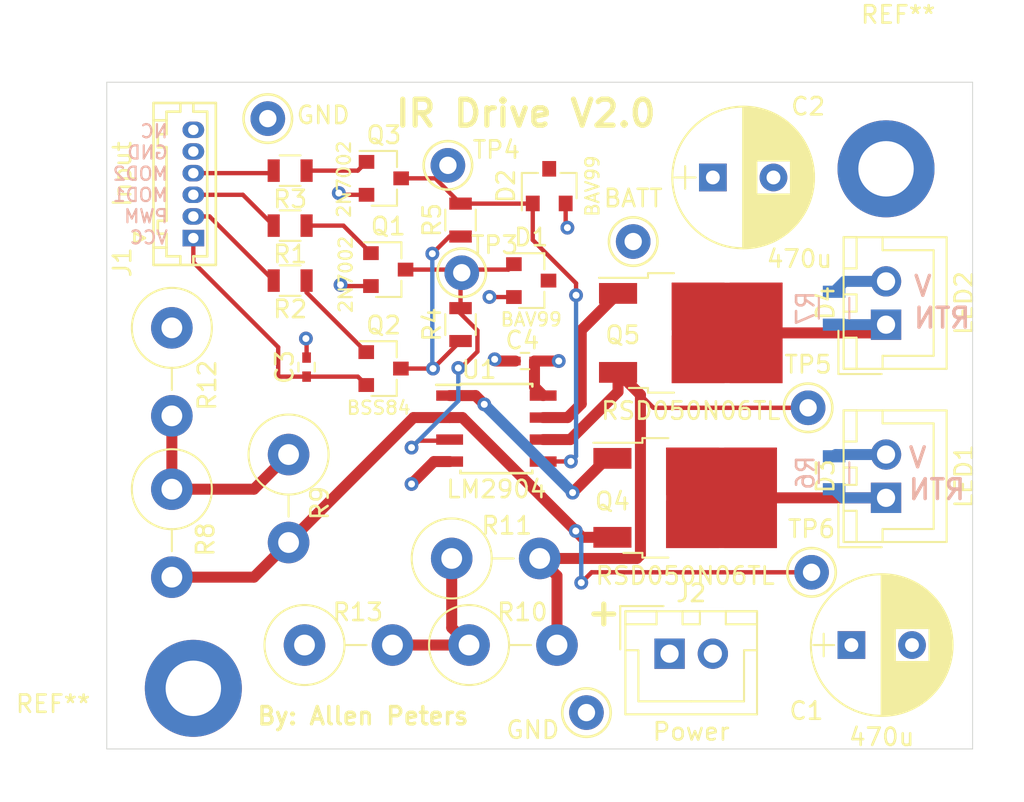
<source format=kicad_pcb>
(kicad_pcb (version 20171130) (host pcbnew "(5.1.10)-1")
  (layers (0 F.Cu signal) (1 In1.Cu power hide) (2 In2.Cu power hide) (31 B.Cu signal) (34 B.Paste user) (35 F.Paste user) (36 B.SilkS user) (37 F.SilkS user) (38 B.Mask user) (39 F.Mask user) (44 Edge.Cuts user))
  (net 0 "")
  (net 1 +BATT)
  (net 2 GND)
  (net 3 VCC)
  (net 4 "Net-(D1-Pad1)")
  (net 5 "Net-(D1-Pad3)")
  (net 6 "Net-(D2-Pad3)")
  (net 7 "Net-(D2-Pad1)")
  (net 8 "Net-(D3-Pad1)")
  (net 9 "Net-(D4-Pad1)")
  (net 10 /Mod2)
  (net 11 /Mod1)
  (net 12 /PWM)
  (net 13 "Net-(Q1-Pad1)")
  (net 14 "Net-(Q2-Pad3)")
  (net 15 "Net-(Q2-Pad1)")
  (net 16 "Net-(Q3-Pad1)")
  (net 17 "Net-(Q4-Pad1)")
  (net 18 "Net-(Q4-Pad3)")
  (net 19 "Net-(Q5-Pad3)")
  (net 20 "Net-(Q5-Pad1)")
  (net 21 "Net-(R12-Pad2)")
  (net 22 "Net-(R10-Pad1)")
  (module Mounting_Holes:MountingHole_3.2mm_M3_DIN965_Pad (layer F.Cu) (at 75 45)
    (fp_text reference REF** (at 0.7 -8.9) (layer F.SilkS))
    (fp_text value MountingHole_3.2mm_M3_DIN965_Pad)
    (pad 1 thru_hole circle (at 0 0) (size 5.6 5.6) (drill 3.2) (layers *.Cu *.Mask))
  )
  (module Mounting_Holes:MountingHole_3.2mm_M3_DIN965_Pad (layer F.Cu) (at 35 75)
    (fp_text reference REF** (at -8.1 0.9) (layer F.SilkS))
    (fp_text value MountingHole_3.2mm_M3_DIN965_Pad)
    (pad 1 thru_hole circle (at 0 0) (size 5.6 5.6) (drill 3.2) (layers *.Cu *.Mask))
  )
  (module Capacitors_THT:CP_Radial_D8.0mm_P3.50mm (layer F.Cu) (at 73 72.5)
    (fp_text reference C1 (at -2.6 3.8) (layer F.SilkS))
    (fp_text value 470u (at 1.75 5.31) (layer F.SilkS))
    (pad 1 thru_hole rect (at 0 0) (size 1.6 1.6) (drill 0.8) (layers *.Cu *.Mask) (net 1 +BATT))
    (pad 2 thru_hole circle (at 3.5 0) (size 1.6 1.6) (drill 0.8) (layers *.Cu *.Mask) (net 2 GND))
  )
  (module Capacitors_THT:CP_Radial_D8.0mm_P3.50mm (layer F.Cu) (at 65 45.5)
    (fp_text reference C2 (at 5.5 -4.1) (layer F.SilkS))
    (fp_text value 470u (at 5 4.7) (layer F.SilkS))
    (pad 2 thru_hole circle (at 3.5 0) (size 1.6 1.6) (drill 0.8) (layers *.Cu *.Mask) (net 2 GND))
    (pad 1 thru_hole rect (at 0 0) (size 1.6 1.6) (drill 0.8) (layers *.Cu *.Mask) (net 1 +BATT))
  )
  (module Capacitors_SMD:C_0402 (layer F.Cu) (at 41.54 56.45 90)
    (fp_text reference C3 (at 0 -1.27 90) (layer F.SilkS))
    (fp_text value 2.2u)
    (pad 2 smd rect (at 0.55 0 90) (size 0.6 0.5) (layers F.Cu F.Paste F.Mask) (net 2 GND))
    (pad 1 smd rect (at -0.55 0 90) (size 0.6 0.5) (layers F.Cu F.Paste F.Mask) (net 3 VCC))
  )
  (module Capacitors_SMD:C_0402 (layer F.Cu) (at 54.15 56.1 180)
    (fp_text reference C4 (at 0.15 1.2) (layer F.SilkS))
    (fp_text value 2.2u)
    (pad 1 smd rect (at -0.55 0 180) (size 0.6 0.5) (layers F.Cu F.Paste F.Mask) (net 1 +BATT))
    (pad 2 smd rect (at 0.55 0 180) (size 0.6 0.5) (layers F.Cu F.Paste F.Mask) (net 2 GND))
  )
  (module TO_SOT_Packages_SMD:SOT-23 (layer F.Cu) (at 54.51 51.455)
    (fp_text reference D1 (at 0 -2.5) (layer F.SilkS))
    (fp_text value BAV99 (at 0 2.245) (layer F.SilkS) (effects (font (size 0.762 0.762) (thickness 0.127))))
    (pad 1 smd rect (at -1 -0.95) (size 0.9 0.8) (layers F.Cu F.Paste F.Mask) (net 4 "Net-(D1-Pad1)"))
    (pad 2 smd rect (at -1 0.95) (size 0.9 0.8) (layers F.Cu F.Paste F.Mask) (net 2 GND))
    (pad 3 smd rect (at 1 0) (size 0.9 0.8) (layers F.Cu F.Paste F.Mask) (net 5 "Net-(D1-Pad3)"))
  )
  (module TO_SOT_Packages_SMD:SOT-23 (layer F.Cu) (at 55.55 46 90)
    (fp_text reference D2 (at 0 -2.5 90) (layer F.SilkS))
    (fp_text value BAV99 (at 0 2.5 90) (layer F.SilkS) (effects (font (size 0.762 0.762) (thickness 0.127))))
    (pad 3 smd rect (at 1 0 90) (size 0.9 0.8) (layers F.Cu F.Paste F.Mask) (net 6 "Net-(D2-Pad3)"))
    (pad 2 smd rect (at -1 0.95 90) (size 0.9 0.8) (layers F.Cu F.Paste F.Mask) (net 2 GND))
    (pad 1 smd rect (at -1 -0.95 90) (size 0.9 0.8) (layers F.Cu F.Paste F.Mask) (net 7 "Net-(D2-Pad1)"))
  )
  (module Connectors_JST:JST_XH_B02B-XH-A_02x2.50mm_Straight (layer F.Cu) (at 75 64 90)
    (fp_text reference D3 (at 1.25 -3.5 90) (layer F.SilkS))
    (fp_text value LED1 (at 1.25 4.5 90) (layer F.SilkS))
    (pad 1 thru_hole rect (at 0 0 90) (size 1.75 1.75) (drill 1.05) (layers *.Cu *.Mask) (net 8 "Net-(D3-Pad1)"))
    (pad 2 thru_hole circle (at 2.5 0 90) (size 1.75 1.75) (drill 1.05) (layers *.Cu *.Mask) (net 1 +BATT))
  )
  (module Connectors_JST:JST_XH_B02B-XH-A_02x2.50mm_Straight (layer F.Cu) (at 75 54 90)
    (fp_text reference D4 (at 1.25 -3.5 90) (layer F.SilkS))
    (fp_text value LED2 (at 1.25 4.5 90) (layer F.SilkS))
    (pad 2 thru_hole circle (at 2.5 0 90) (size 1.75 1.75) (drill 1.05) (layers *.Cu *.Mask) (net 1 +BATT))
    (pad 1 thru_hole rect (at 0 0 90) (size 1.75 1.75) (drill 1.05) (layers *.Cu *.Mask) (net 9 "Net-(D4-Pad1)"))
  )
  (module Connectors_Hirose:Hirose_DF13-06P-1.25DSA_06x1.25mm_Straight (layer F.Cu) (at 35 49 90)
    (fp_text reference J1 (at -1.4 -4.1 90) (layer F.SilkS))
    (fp_text value Input (at 3.7 -4.1 90) (layer F.SilkS))
    (pad 6 thru_hole oval (at 6.25 0 90) (size 0.95 1.25) (drill 0.6) (layers *.Cu *.Mask))
    (pad 5 thru_hole oval (at 5 0 90) (size 0.95 1.25) (drill 0.6) (layers *.Cu *.Mask) (net 2 GND))
    (pad 4 thru_hole oval (at 3.75 0 90) (size 0.95 1.25) (drill 0.6) (layers *.Cu *.Mask) (net 10 /Mod2))
    (pad 3 thru_hole oval (at 2.5 0 90) (size 0.95 1.25) (drill 0.6) (layers *.Cu *.Mask) (net 11 /Mod1))
    (pad 2 thru_hole oval (at 1.25 0 90) (size 0.95 1.25) (drill 0.6) (layers *.Cu *.Mask) (net 12 /PWM))
    (pad 1 thru_hole rect (at 0 0 90) (size 0.95 1.25) (drill 0.6) (layers *.Cu *.Mask) (net 3 VCC))
  )
  (module Connectors_JST:JST_XH_B02B-XH-A_02x2.50mm_Straight (layer F.Cu) (at 62.5 73)
    (fp_text reference J2 (at 1.25 -3.5) (layer F.SilkS))
    (fp_text value Power (at 1.25 4.5) (layer F.SilkS))
    (pad 2 thru_hole circle (at 2.5 0) (size 1.75 1.75) (drill 1.05) (layers *.Cu *.Mask) (net 2 GND))
    (pad 1 thru_hole rect (at 0 0) (size 1.75 1.75) (drill 1.05) (layers *.Cu *.Mask) (net 1 +BATT))
  )
  (module TO_SOT_Packages_SMD:SOT-23 (layer F.Cu) (at 46.255 50.82)
    (fp_text reference Q1 (at 0 -2.5) (layer F.SilkS))
    (fp_text value 2N7002 (at -2.455 0.28 90) (layer F.SilkS) (effects (font (size 0.762 0.762) (thickness 0.127))))
    (pad 3 smd rect (at 1 0) (size 0.9 0.8) (layers F.Cu F.Paste F.Mask) (net 4 "Net-(D1-Pad1)"))
    (pad 2 smd rect (at -1 0.95) (size 0.9 0.8) (layers F.Cu F.Paste F.Mask) (net 2 GND))
    (pad 1 smd rect (at -1 -0.95) (size 0.9 0.8) (layers F.Cu F.Paste F.Mask) (net 13 "Net-(Q1-Pad1)"))
  )
  (module TO_SOT_Packages_SMD:SOT-23 (layer F.Cu) (at 45.985 56.535)
    (fp_text reference Q2 (at 0 -2.5) (layer F.SilkS))
    (fp_text value BSS84 (at -0.285 2.265) (layer F.SilkS) (effects (font (size 0.762 0.762) (thickness 0.127))))
    (pad 3 smd rect (at 1 0) (size 0.9 0.8) (layers F.Cu F.Paste F.Mask) (net 14 "Net-(Q2-Pad3)"))
    (pad 2 smd rect (at -1 0.95) (size 0.9 0.8) (layers F.Cu F.Paste F.Mask) (net 3 VCC))
    (pad 1 smd rect (at -1 -0.95) (size 0.9 0.8) (layers F.Cu F.Paste F.Mask) (net 15 "Net-(Q2-Pad1)"))
  )
  (module TO_SOT_Packages_SMD:SOT-23 (layer F.Cu) (at 46 45.55)
    (fp_text reference Q3 (at 0 -2.5) (layer F.SilkS))
    (fp_text value 2N7002 (at -2.3 0.05 90) (layer F.SilkS) (effects (font (size 0.762 0.762) (thickness 0.127))))
    (pad 1 smd rect (at -1 -0.95) (size 0.9 0.8) (layers F.Cu F.Paste F.Mask) (net 16 "Net-(Q3-Pad1)"))
    (pad 2 smd rect (at -1 0.95) (size 0.9 0.8) (layers F.Cu F.Paste F.Mask) (net 2 GND))
    (pad 3 smd rect (at 1 0) (size 0.9 0.8) (layers F.Cu F.Paste F.Mask) (net 7 "Net-(D2-Pad1)"))
  )
  (module TO_SOT_Packages_SMD:TO-252-2 (layer F.Cu) (at 63.4 64)
    (fp_text reference Q4 (at -4.2 0.2) (layer F.SilkS))
    (fp_text value RSD050N06TL (at 0 4.5) (layer F.SilkS))
    (pad 1 smd rect (at -4.2 -2.28) (size 2.2 1.2) (layers F.Cu F.Paste F.Mask) (net 17 "Net-(Q4-Pad1)"))
    (pad 3 smd rect (at -4.2 2.28) (size 2.2 1.2) (layers F.Cu F.Paste F.Mask) (net 18 "Net-(Q4-Pad3)"))
    (pad 2 smd rect (at 2.1 0) (size 6.4 5.8) (layers F.Cu F.Mask) (net 8 "Net-(D3-Pad1)"))
    (pad 2 smd rect (at 3.775 1.525) (size 3.05 2.75) (layers F.Cu F.Paste) (net 8 "Net-(D3-Pad1)"))
    (pad 2 smd rect (at 0.425 -1.525) (size 3.05 2.75) (layers F.Cu F.Paste) (net 8 "Net-(D3-Pad1)"))
    (pad 2 smd rect (at 3.775 -1.525) (size 3.05 2.75) (layers F.Cu F.Paste) (net 8 "Net-(D3-Pad1)"))
    (pad 2 smd rect (at 0.425 1.525) (size 3.05 2.75) (layers F.Cu F.Paste) (net 8 "Net-(D3-Pad1)"))
  )
  (module TO_SOT_Packages_SMD:TO-252-2 (layer F.Cu) (at 63.725 54.475)
    (fp_text reference Q5 (at -3.925 0.125) (layer F.SilkS))
    (fp_text value RSD050N06TL (at 0 4.5) (layer F.SilkS))
    (pad 2 smd rect (at 0.425 1.525) (size 3.05 2.75) (layers F.Cu F.Paste) (net 9 "Net-(D4-Pad1)"))
    (pad 2 smd rect (at 3.775 -1.525) (size 3.05 2.75) (layers F.Cu F.Paste) (net 9 "Net-(D4-Pad1)"))
    (pad 2 smd rect (at 0.425 -1.525) (size 3.05 2.75) (layers F.Cu F.Paste) (net 9 "Net-(D4-Pad1)"))
    (pad 2 smd rect (at 3.775 1.525) (size 3.05 2.75) (layers F.Cu F.Paste) (net 9 "Net-(D4-Pad1)"))
    (pad 2 smd rect (at 2.1 0) (size 6.4 5.8) (layers F.Cu F.Mask) (net 9 "Net-(D4-Pad1)"))
    (pad 3 smd rect (at -4.2 2.28) (size 2.2 1.2) (layers F.Cu F.Paste F.Mask) (net 19 "Net-(Q5-Pad3)"))
    (pad 1 smd rect (at -4.2 -2.28) (size 2.2 1.2) (layers F.Cu F.Paste F.Mask) (net 20 "Net-(Q5-Pad1)"))
  )
  (module Resistors_SMD:R_0805 (layer F.Cu) (at 40.59 48.28 180)
    (fp_text reference R1 (at 0 -1.65) (layer F.SilkS))
    (fp_text value "0 ohm")
    (pad 1 smd rect (at -0.95 0 180) (size 0.7 1.3) (layers F.Cu F.Paste F.Mask) (net 13 "Net-(Q1-Pad1)"))
    (pad 2 smd rect (at 0.95 0 180) (size 0.7 1.3) (layers F.Cu F.Paste F.Mask) (net 11 /Mod1))
  )
  (module Resistors_SMD:R_0805 (layer F.Cu) (at 40.59 51.455 180)
    (fp_text reference R2 (at 0 -1.65) (layer F.SilkS))
    (fp_text value "0 ohm")
    (pad 2 smd rect (at 0.95 0 180) (size 0.7 1.3) (layers F.Cu F.Paste F.Mask) (net 12 /PWM))
    (pad 1 smd rect (at -0.95 0 180) (size 0.7 1.3) (layers F.Cu F.Paste F.Mask) (net 15 "Net-(Q2-Pad1)"))
  )
  (module Resistors_SMD:R_0805 (layer F.Cu) (at 40.59 45.105 180)
    (fp_text reference R3 (at 0 -1.65) (layer F.SilkS))
    (fp_text value "0 ohm")
    (pad 1 smd rect (at -0.95 0 180) (size 0.7 1.3) (layers F.Cu F.Paste F.Mask) (net 16 "Net-(Q3-Pad1)"))
    (pad 2 smd rect (at 0.95 0 180) (size 0.7 1.3) (layers F.Cu F.Paste F.Mask) (net 10 /Mod2))
  )
  (module Resistors_SMD:R_0805 (layer F.Cu) (at 50.43 53.995 90)
    (fp_text reference R4 (at 0 -1.65 90) (layer F.SilkS))
    (fp_text value 1k)
    (pad 2 smd rect (at 0.95 0 90) (size 0.7 1.3) (layers F.Cu F.Paste F.Mask) (net 4 "Net-(D1-Pad1)"))
    (pad 1 smd rect (at -0.95 0 90) (size 0.7 1.3) (layers F.Cu F.Paste F.Mask) (net 14 "Net-(Q2-Pad3)"))
  )
  (module Resistors_SMD:R_0805 (layer F.Cu) (at 50.43 47.96 90)
    (fp_text reference R5 (at 0 -1.65 90) (layer F.SilkS))
    (fp_text value 1k)
    (pad 2 smd rect (at 0.95 0 90) (size 0.7 1.3) (layers F.Cu F.Paste F.Mask) (net 7 "Net-(D2-Pad1)"))
    (pad 1 smd rect (at -0.95 0 90) (size 0.7 1.3) (layers F.Cu F.Paste F.Mask) (net 14 "Net-(Q2-Pad3)"))
  )
  (module Resistors_SMD:R_0805 (layer B.Cu) (at 72 62.55 270)
    (fp_text reference R6 (at 0 1.65 90) (layer B.SilkS) (effects (justify mirror)))
    (fp_text value 1k)
    (pad 1 smd rect (at -0.95 0 270) (size 0.7 1.3) (layers B.Cu B.Paste B.Mask) (net 1 +BATT))
    (pad 2 smd rect (at 0.95 0 270) (size 0.7 1.3) (layers B.Cu B.Paste B.Mask) (net 8 "Net-(D3-Pad1)"))
  )
  (module Resistors_SMD:R_0805 (layer B.Cu) (at 72 53.05 270)
    (fp_text reference R7 (at 0 1.65 270) (layer B.SilkS) (effects (justify mirror)))
    (fp_text value 1k)
    (pad 2 smd rect (at 0.95 0 270) (size 0.7 1.3) (layers B.Cu B.Paste B.Mask) (net 9 "Net-(D4-Pad1)"))
    (pad 1 smd rect (at -0.95 0 270) (size 0.7 1.3) (layers B.Cu B.Paste B.Mask) (net 1 +BATT))
  )
  (module Resistors_THT:R_Axial_DIN0414_L11.9mm_D4.5mm_P5.08mm_Vertical (layer F.Cu) (at 33.76 63.5 270)
    (fp_text reference R8 (at 2.9 -1.94 90) (layer F.SilkS))
    (fp_text value "1 ohm")
    (pad 1 thru_hole circle (at 0 0 270) (size 2.4 2.4) (drill 1.2) (layers *.Cu *.Mask) (net 21 "Net-(R12-Pad2)"))
    (pad 2 thru_hole oval (at 5.08 0 270) (size 2.4 2.4) (drill 1.2) (layers *.Cu *.Mask) (net 18 "Net-(Q4-Pad3)"))
  )
  (module Resistors_THT:R_Axial_DIN0414_L11.9mm_D4.5mm_P5.08mm_Vertical (layer F.Cu) (at 40.5 61.5 270)
    (fp_text reference R9 (at 2.8 -1.8 90) (layer F.SilkS))
    (fp_text value "1 ohm")
    (pad 2 thru_hole oval (at 5.08 0 270) (size 2.4 2.4) (drill 1.2) (layers *.Cu *.Mask) (net 18 "Net-(Q4-Pad3)"))
    (pad 1 thru_hole circle (at 0 0 270) (size 2.4 2.4) (drill 1.2) (layers *.Cu *.Mask) (net 21 "Net-(R12-Pad2)"))
  )
  (module Resistors_THT:R_Axial_DIN0414_L11.9mm_D4.5mm_P5.08mm_Vertical (layer F.Cu) (at 50.92 72.5)
    (fp_text reference R10 (at 3.08 -1.9) (layer F.SilkS))
    (fp_text value "1 ohm")
    (pad 2 thru_hole oval (at 5.08 0) (size 2.4 2.4) (drill 1.2) (layers *.Cu *.Mask) (net 19 "Net-(Q5-Pad3)"))
    (pad 1 thru_hole circle (at 0 0) (size 2.4 2.4) (drill 1.2) (layers *.Cu *.Mask) (net 22 "Net-(R10-Pad1)"))
  )
  (module Resistors_THT:R_Axial_DIN0414_L11.9mm_D4.5mm_P5.08mm_Vertical (layer F.Cu) (at 49.92 67.5)
    (fp_text reference R11 (at 3.18 -1.9) (layer F.SilkS))
    (fp_text value "1 ohm")
    (pad 2 thru_hole oval (at 5.08 0) (size 2.4 2.4) (drill 1.2) (layers *.Cu *.Mask) (net 19 "Net-(Q5-Pad3)"))
    (pad 1 thru_hole circle (at 0 0) (size 2.4 2.4) (drill 1.2) (layers *.Cu *.Mask) (net 22 "Net-(R10-Pad1)"))
  )
  (module Resistors_THT:R_Axial_DIN0414_L11.9mm_D4.5mm_P5.08mm_Vertical (layer F.Cu) (at 33.76 54.185 270)
    (fp_text reference R12 (at 3.315 -2.04 90) (layer F.SilkS))
    (fp_text value "1 ohm")
    (pad 1 thru_hole circle (at 0 0 270) (size 2.4 2.4) (drill 1.2) (layers *.Cu *.Mask) (net 2 GND))
    (pad 2 thru_hole oval (at 5.08 0 270) (size 2.4 2.4) (drill 1.2) (layers *.Cu *.Mask) (net 21 "Net-(R12-Pad2)"))
  )
  (module Resistors_THT:R_Axial_DIN0414_L11.9mm_D4.5mm_P5.08mm_Vertical (layer F.Cu) (at 41.42 72.5)
    (fp_text reference R13 (at 3.08 -1.9) (layer F.SilkS))
    (fp_text value "1 ohm")
    (pad 1 thru_hole circle (at 0 0) (size 2.4 2.4) (drill 1.2) (layers *.Cu *.Mask) (net 2 GND))
    (pad 2 thru_hole oval (at 5.08 0) (size 2.4 2.4) (drill 1.2) (layers *.Cu *.Mask) (net 22 "Net-(R10-Pad1)"))
  )
  (module Housings_SOIC:SOIC-8_3.9x4.9mm_Pitch1.27mm (layer F.Cu) (at 52.5 60)
    (fp_text reference U1 (at -1 -3.4) (layer F.SilkS))
    (fp_text value LM2904 (at 0 3.5) (layer F.SilkS))
    (pad 8 smd rect (at 2.7 -1.905) (size 1.55 0.6) (layers F.Cu F.Paste F.Mask) (net 1 +BATT))
    (pad 7 smd rect (at 2.7 -0.635) (size 1.55 0.6) (layers F.Cu F.Paste F.Mask) (net 20 "Net-(Q5-Pad1)"))
    (pad 6 smd rect (at 2.7 0.635) (size 1.55 0.6) (layers F.Cu F.Paste F.Mask) (net 19 "Net-(Q5-Pad3)"))
    (pad 5 smd rect (at 2.7 1.905) (size 1.55 0.6) (layers F.Cu F.Paste F.Mask) (net 7 "Net-(D2-Pad1)"))
    (pad 4 smd rect (at -2.7 1.905) (size 1.55 0.6) (layers F.Cu F.Paste F.Mask) (net 2 GND))
    (pad 3 smd rect (at -2.7 0.635) (size 1.55 0.6) (layers F.Cu F.Paste F.Mask) (net 4 "Net-(D1-Pad1)"))
    (pad 2 smd rect (at -2.7 -0.635) (size 1.55 0.6) (layers F.Cu F.Paste F.Mask) (net 18 "Net-(Q4-Pad3)"))
    (pad 1 smd rect (at -2.7 -1.905) (size 1.55 0.6) (layers F.Cu F.Paste F.Mask) (net 17 "Net-(Q4-Pad1)"))
  )
  (module Measurement_Points:Test_Point_Keystone_5000-5004_Miniature (layer F.Cu) (at 60.4 49.2)
    (fp_text reference BATT (at 0 -2.5) (layer F.SilkS))
    (fp_text value TestPoint)
    (pad 1 thru_hole circle (at 0 0) (size 2 2) (drill 1) (layers *.Cu *.Mask) (net 1 +BATT))
  )
  (module Measurement_Points:Test_Point_Keystone_5000-5004_Miniature (layer F.Cu) (at 57.7 76.4)
    (fp_text reference GND (at -3.1 1) (layer F.SilkS))
    (fp_text value TestPoint)
    (pad 1 thru_hole circle (at 0 0) (size 2 2) (drill 1) (layers *.Cu *.Mask) (net 2 GND))
  )
  (module Measurement_Points:Test_Point_Keystone_5000-5004_Miniature (layer F.Cu) (at 50.5 51)
    (fp_text reference TP3 (at 1.9 -1.6) (layer F.SilkS))
    (fp_text value TestPoint)
    (pad 1 thru_hole circle (at 0 0) (size 2 2) (drill 1) (layers *.Cu *.Mask) (net 4 "Net-(D1-Pad1)"))
  )
  (module Measurement_Points:Test_Point_Keystone_5000-5004_Miniature (layer F.Cu) (at 49.7 44.8)
    (fp_text reference TP4 (at 2.8 -0.9) (layer F.SilkS))
    (fp_text value TestPoint)
    (pad 1 thru_hole circle (at 0 0) (size 2 2) (drill 1) (layers *.Cu *.Mask) (net 7 "Net-(D2-Pad1)"))
  )
  (module Measurement_Points:Test_Point_Keystone_5000-5004_Miniature (layer F.Cu) (at 70.5 58.8)
    (fp_text reference TP5 (at 0 -2.5) (layer F.SilkS))
    (fp_text value TestPoint)
    (pad 1 thru_hole circle (at 0 0) (size 2 2) (drill 1) (layers *.Cu *.Mask) (net 19 "Net-(Q5-Pad3)"))
  )
  (module Measurement_Points:Test_Point_Keystone_5000-5004_Miniature (layer F.Cu) (at 70.7 68.3)
    (fp_text reference TP6 (at 0 -2.5) (layer F.SilkS))
    (fp_text value TestPoint)
    (pad 1 thru_hole circle (at 0 0) (size 2 2) (drill 1) (layers *.Cu *.Mask) (net 18 "Net-(Q4-Pad3)"))
  )
  (module Measurement_Points:Test_Point_Keystone_5000-5004_Miniature (layer F.Cu) (at 39.3 42.1)
    (fp_text reference GND (at 3.2 -0.2) (layer F.SilkS))
    (fp_text value TestPoint)
    (pad 1 thru_hole circle (at 0 0) (size 2 2) (drill 1) (layers *.Cu *.Mask) (net 2 GND))
  )
  (gr_text "V\nRTN" (at 76.2 62.6) (layer B.SilkS) (effects (font (size 1.143 1.143) (thickness 0.2032)) (justify right mirror)))
  (gr_text "V\nRTN" (at 76.5 52.7) (layer B.SilkS) (effects (font (size 1.143 1.143) (thickness 0.2032)) (justify right mirror)))
  (gr_text + (at 58.7 70.6) (layer F.SilkS) (effects (font (size 1.5 1.5) (thickness 0.3)) (justify mirror)))
  (gr_text "NC\nGND\nMOD2\nMOD1\nPWM\nVCC" (at 33.6 45.9) (layer B.SilkS) (effects (font (size 0.762 0.762) (thickness 0.127)) (justify left mirror)))
  (gr_text "By: Allen Peters" (at 44.8 76.6) (layer F.SilkS) (effects (font (size 1 1) (thickness 0.2))))
  (gr_text "IR Drive V2.0" (at 54.2 41.8) (layer F.SilkS) (effects (font (size 1.5 1.5) (thickness 0.3))))
  (gr_line (start 30 78.5) (end 30 40) (layer Edge.Cuts) (width 0.05))
  (gr_line (start 80 40) (end 80 78.5) (layer Edge.Cuts) (width 0.05))
  (gr_line (start 80 40) (end 30 40) (layer Edge.Cuts) (width 0.05))
  (gr_line (start 30 78.5) (end 80 78.5) (layer Edge.Cuts) (width 0.05))
  (segment (start 72.6 51.5) (end 72 52.1) (width 0.635) (layer B.Cu) (net 1))
  (segment (start 75 51.5) (end 72.6 51.5) (width 0.635) (layer B.Cu) (net 1))
  (segment (start 72.1 61.5) (end 72 61.6) (width 0.635) (layer B.Cu) (net 1))
  (segment (start 75 61.5) (end 72.1 61.5) (width 0.635) (layer B.Cu) (net 1))
  (segment (start 54.7 57.595) (end 55.2 58.095) (width 0.635) (layer F.Cu) (net 1))
  (segment (start 54.7 56.1) (end 54.7 57.595) (width 0.635) (layer F.Cu) (net 1))
  (via (at 56.1 56.1) (size 0.8) (drill 0.4) (layers F.Cu B.Cu) (net 1))
  (segment (start 54.7 56.1) (end 56.1 56.1) (width 0.635) (layer F.Cu) (net 1))
  (via (at 41.5 54.8) (size 0.8) (drill 0.4) (layers F.Cu B.Cu) (net 2))
  (segment (start 41.54 54.84) (end 41.5 54.8) (width 0.25) (layer F.Cu) (net 2))
  (segment (start 41.54 55.9) (end 41.54 54.84) (width 0.25) (layer F.Cu) (net 2))
  (via (at 43.5 51.7) (size 0.8) (drill 0.4) (layers F.Cu B.Cu) (net 2))
  (segment (start 43.57 51.77) (end 43.5 51.7) (width 0.25) (layer F.Cu) (net 2))
  (segment (start 45.255 51.77) (end 43.57 51.77) (width 0.25) (layer F.Cu) (net 2))
  (via (at 43.4 46.4) (size 0.8) (drill 0.4) (layers F.Cu B.Cu) (net 2))
  (segment (start 43.5 46.5) (end 43.4 46.4) (width 0.25) (layer F.Cu) (net 2))
  (segment (start 45 46.5) (end 43.5 46.5) (width 0.25) (layer F.Cu) (net 2))
  (via (at 56.6 48.4) (size 0.8) (drill 0.4) (layers F.Cu B.Cu) (net 2))
  (segment (start 56.5 48.3) (end 56.6 48.4) (width 0.25) (layer F.Cu) (net 2))
  (segment (start 56.5 47) (end 56.5 48.3) (width 0.25) (layer F.Cu) (net 2))
  (via (at 52.4 56) (size 0.8) (drill 0.4) (layers F.Cu B.Cu) (net 2))
  (segment (start 52.5 56.1) (end 52.4 56) (width 0.635) (layer F.Cu) (net 2))
  (segment (start 53.6 56.1) (end 52.5 56.1) (width 0.635) (layer F.Cu) (net 2))
  (segment (start 49.8 61.905) (end 48.895 61.905) (width 0.635) (layer F.Cu) (net 2))
  (via (at 47.6 63.2) (size 0.8) (drill 0.4) (layers F.Cu B.Cu) (net 2))
  (segment (start 48.895 61.905) (end 47.6 63.2) (width 0.635) (layer F.Cu) (net 2))
  (via (at 52.1 52.4) (size 0.8) (drill 0.4) (layers F.Cu B.Cu) (net 2))
  (segment (start 52.105 52.405) (end 52.1 52.4) (width 0.25) (layer F.Cu) (net 2))
  (segment (start 53.51 52.405) (end 52.105 52.405) (width 0.25) (layer F.Cu) (net 2))
  (segment (start 35 49) (end 35 50.4) (width 0.25) (layer F.Cu) (net 3))
  (segment (start 35 50.4) (end 39.9 55.3) (width 0.25) (layer F.Cu) (net 3))
  (segment (start 39.9 55.3) (end 39.9 57) (width 0.25) (layer F.Cu) (net 3))
  (segment (start 39.9 57) (end 41.54 57) (width 0.25) (layer F.Cu) (net 3))
  (segment (start 44.5 57) (end 44.985 57.485) (width 0.25) (layer F.Cu) (net 3))
  (segment (start 41.54 57) (end 44.5 57) (width 0.25) (layer F.Cu) (net 3))
  (segment (start 53.195 50.82) (end 53.51 50.505) (width 0.25) (layer F.Cu) (net 4))
  (segment (start 50.43 50.87) (end 50.38 50.82) (width 0.25) (layer F.Cu) (net 4))
  (segment (start 50.43 53.045) (end 50.43 50.87) (width 0.25) (layer F.Cu) (net 4))
  (segment (start 50.38 50.82) (end 53.195 50.82) (width 0.25) (layer F.Cu) (net 4))
  (segment (start 47.255 50.82) (end 50.38 50.82) (width 0.25) (layer F.Cu) (net 4))
  (segment (start 51.405001 55.555001) (end 50.460002 56.5) (width 0.25) (layer F.Cu) (net 4))
  (segment (start 51.405001 54.334999) (end 51.405001 55.555001) (width 0.25) (layer F.Cu) (net 4))
  (segment (start 50.460002 56.5) (end 50.3 56.5) (width 0.25) (layer F.Cu) (net 4))
  (segment (start 50.115002 53.045) (end 51.405001 54.334999) (width 0.25) (layer F.Cu) (net 4))
  (via (at 50.3 56.5) (size 0.8) (drill 0.4) (layers F.Cu B.Cu) (net 4))
  (segment (start 50.43 53.045) (end 50.115002 53.045) (width 0.25) (layer F.Cu) (net 4))
  (via (at 47.6 61.1) (size 0.8) (drill 0.4) (layers F.Cu B.Cu) (net 4))
  (segment (start 50.3 58.4) (end 47.6 61.1) (width 0.25) (layer B.Cu) (net 4))
  (segment (start 50.3 56.5) (end 50.3 58.4) (width 0.25) (layer B.Cu) (net 4))
  (segment (start 47.6 61.1) (end 48 60.7) (width 0.25) (layer F.Cu) (net 4))
  (segment (start 49.735 60.7) (end 49.8 60.635) (width 0.25) (layer F.Cu) (net 4))
  (segment (start 48 60.7) (end 49.735 60.7) (width 0.25) (layer F.Cu) (net 4))
  (segment (start 48.97 45.55) (end 50.43 47.01) (width 0.25) (layer F.Cu) (net 7))
  (segment (start 47 45.55) (end 48.97 45.55) (width 0.25) (layer F.Cu) (net 7))
  (segment (start 54.59 47.01) (end 54.6 47) (width 0.25) (layer F.Cu) (net 7))
  (segment (start 50.43 47.01) (end 54.59 47.01) (width 0.25) (layer F.Cu) (net 7))
  (via (at 57.1 52.3) (size 0.8) (drill 0.4) (layers F.Cu B.Cu) (net 7))
  (segment (start 54.6 49.109998) (end 57.1 51.609998) (width 0.25) (layer F.Cu) (net 7))
  (segment (start 57.1 51.609998) (end 57.1 52.3) (width 0.25) (layer F.Cu) (net 7))
  (segment (start 54.6 47) (end 54.6 49.109998) (width 0.25) (layer F.Cu) (net 7))
  (via (at 56.8 61.9) (size 0.8) (drill 0.4) (layers F.Cu B.Cu) (net 7))
  (segment (start 57.1 61.6) (end 56.8 61.9) (width 0.25) (layer B.Cu) (net 7))
  (segment (start 57.1 52.3) (end 57.1 61.6) (width 0.25) (layer B.Cu) (net 7))
  (segment (start 55.205 61.9) (end 55.2 61.905) (width 0.25) (layer F.Cu) (net 7))
  (segment (start 56.8 61.9) (end 55.205 61.9) (width 0.25) (layer F.Cu) (net 7))
  (segment (start 49.7 44.82) (end 48.97 45.55) (width 0.25) (layer F.Cu) (net 7))
  (segment (start 49.7 44.8) (end 49.7 44.82) (width 0.25) (layer F.Cu) (net 7))
  (segment (start 72.5 64) (end 72 63.5) (width 0.635) (layer B.Cu) (net 8))
  (segment (start 75 64) (end 72.5 64) (width 0.635) (layer B.Cu) (net 8))
  (segment (start 65.5 64) (end 75 64) (width 0.635) (layer F.Cu) (net 8))
  (segment (start 75 54) (end 72 54) (width 0.635) (layer B.Cu) (net 9))
  (segment (start 74.525 54.475) (end 75 54) (width 0.635) (layer F.Cu) (net 9))
  (segment (start 65.825 54.475) (end 74.525 54.475) (width 0.635) (layer F.Cu) (net 9))
  (segment (start 39.495 45.25) (end 39.64 45.105) (width 0.25) (layer F.Cu) (net 10))
  (segment (start 35 45.25) (end 39.495 45.25) (width 0.25) (layer F.Cu) (net 10))
  (segment (start 37.86 46.5) (end 39.64 48.28) (width 0.25) (layer F.Cu) (net 11))
  (segment (start 35 46.5) (end 37.86 46.5) (width 0.25) (layer F.Cu) (net 11))
  (segment (start 35.935 47.75) (end 39.64 51.455) (width 0.25) (layer F.Cu) (net 12))
  (segment (start 35 47.75) (end 35.935 47.75) (width 0.25) (layer F.Cu) (net 12))
  (segment (start 43.665 48.28) (end 45.255 49.87) (width 0.25) (layer F.Cu) (net 13))
  (segment (start 41.54 48.28) (end 43.665 48.28) (width 0.25) (layer F.Cu) (net 13))
  (segment (start 48.84 56.535) (end 50.43 54.945) (width 0.25) (layer F.Cu) (net 14))
  (segment (start 46.985 56.535) (end 48.84 56.535) (width 0.25) (layer F.Cu) (net 14))
  (via (at 48.8 49.9) (size 0.8) (drill 0.4) (layers F.Cu B.Cu) (net 14))
  (segment (start 49.79 48.91) (end 48.8 49.9) (width 0.25) (layer F.Cu) (net 14))
  (segment (start 50.43 48.91) (end 49.79 48.91) (width 0.25) (layer F.Cu) (net 14))
  (via (at 48.84 56.535) (size 0.8) (drill 0.4) (layers F.Cu B.Cu) (net 14))
  (segment (start 48.8 56.495) (end 48.84 56.535) (width 0.25) (layer B.Cu) (net 14))
  (segment (start 48.8 49.9) (end 48.8 56.495) (width 0.25) (layer B.Cu) (net 14))
  (segment (start 41.54 52.14) (end 44.985 55.585) (width 0.25) (layer F.Cu) (net 15))
  (segment (start 41.54 51.455) (end 41.54 52.14) (width 0.25) (layer F.Cu) (net 15))
  (segment (start 44.495 45.105) (end 45 44.6) (width 0.25) (layer F.Cu) (net 16))
  (segment (start 41.54 45.105) (end 44.495 45.105) (width 0.25) (layer F.Cu) (net 16))
  (via (at 56.9 63.7) (size 0.8) (drill 0.4) (layers F.Cu B.Cu) (net 17))
  (segment (start 58.88 61.72) (end 56.9 63.7) (width 0.635) (layer F.Cu) (net 17))
  (segment (start 59.2 61.72) (end 58.88 61.72) (width 0.635) (layer F.Cu) (net 17))
  (segment (start 56.9 63.7) (end 51.8 58.6) (width 0.635) (layer B.Cu) (net 17))
  (via (at 51.8 58.6) (size 0.8) (drill 0.4) (layers F.Cu B.Cu) (net 17))
  (segment (start 51.295 58.095) (end 49.8 58.095) (width 0.635) (layer F.Cu) (net 17))
  (segment (start 51.8 58.6) (end 51.295 58.095) (width 0.635) (layer F.Cu) (net 17))
  (segment (start 38.5 68.58) (end 40.5 66.58) (width 0.635) (layer F.Cu) (net 18))
  (segment (start 33.76 68.58) (end 38.5 68.58) (width 0.635) (layer F.Cu) (net 18))
  (segment (start 47.715 59.365) (end 49.8 59.365) (width 0.635) (layer F.Cu) (net 18))
  (segment (start 40.5 66.58) (end 47.715 59.365) (width 0.635) (layer F.Cu) (net 18))
  (segment (start 57.451502 66.28) (end 59.2 66.28) (width 0.635) (layer F.Cu) (net 18))
  (segment (start 49.8 59.365) (end 50.536502 59.365) (width 0.635) (layer F.Cu) (net 18))
  (via (at 57.4 68.9) (size 0.8) (drill 0.4) (layers F.Cu B.Cu) (net 18))
  (segment (start 58 68.3) (end 57.4 68.9) (width 0.254) (layer F.Cu) (net 18))
  (segment (start 70.7 68.3) (end 58 68.3) (width 0.254) (layer F.Cu) (net 18))
  (via (at 57.085751 65.914249) (size 0.8) (drill 0.4) (layers F.Cu B.Cu) (net 18))
  (segment (start 57.4 66.228498) (end 57.085751 65.914249) (width 0.254) (layer B.Cu) (net 18))
  (segment (start 57.4 68.9) (end 57.4 66.228498) (width 0.254) (layer B.Cu) (net 18))
  (segment (start 57.085751 65.914249) (end 57.451502 66.28) (width 0.635) (layer F.Cu) (net 18))
  (segment (start 50.536502 59.365) (end 57.085751 65.914249) (width 0.635) (layer F.Cu) (net 18))
  (segment (start 56 68.5) (end 55 67.5) (width 0.635) (layer F.Cu) (net 19))
  (segment (start 56 72.5) (end 56 68.5) (width 0.635) (layer F.Cu) (net 19))
  (segment (start 55.2 60.635) (end 56.765 60.635) (width 0.635) (layer F.Cu) (net 19))
  (segment (start 59.525 57.875) (end 59.525 56.755) (width 0.635) (layer F.Cu) (net 19))
  (segment (start 56.765 60.635) (end 59.525 57.875) (width 0.635) (layer F.Cu) (net 19))
  (segment (start 60.817501 67.294001) (end 60.817501 58.047501) (width 0.635) (layer F.Cu) (net 19))
  (segment (start 60.611502 67.5) (end 60.817501 67.294001) (width 0.635) (layer F.Cu) (net 19))
  (segment (start 60.817501 58.047501) (end 59.525 56.755) (width 0.635) (layer F.Cu) (net 19))
  (segment (start 55 67.5) (end 60.611502 67.5) (width 0.635) (layer F.Cu) (net 19))
  (segment (start 61.57 58.8) (end 59.525 56.755) (width 0.254) (layer F.Cu) (net 19))
  (segment (start 70.5 58.8) (end 61.57 58.8) (width 0.254) (layer F.Cu) (net 19))
  (segment (start 56.61 59.365) (end 57.4 58.575) (width 0.635) (layer F.Cu) (net 20))
  (segment (start 55.2 59.365) (end 56.61 59.365) (width 0.635) (layer F.Cu) (net 20))
  (segment (start 57.4 54.32) (end 59.525 52.195) (width 0.635) (layer F.Cu) (net 20))
  (segment (start 57.4 58.575) (end 57.4 54.32) (width 0.635) (layer F.Cu) (net 20))
  (segment (start 33.76 59.265) (end 33.76 63.5) (width 0.635) (layer F.Cu) (net 21))
  (segment (start 38.5 63.5) (end 40.5 61.5) (width 0.635) (layer F.Cu) (net 21))
  (segment (start 33.76 63.5) (end 38.5 63.5) (width 0.635) (layer F.Cu) (net 21))
  (segment (start 49.92 71.5) (end 50.92 72.5) (width 0.635) (layer F.Cu) (net 22))
  (segment (start 49.92 67.5) (end 49.92 71.5) (width 0.635) (layer F.Cu) (net 22))
  (segment (start 46.5 72.5) (end 50.92 72.5) (width 0.635) (layer F.Cu) (net 22))
)
</source>
